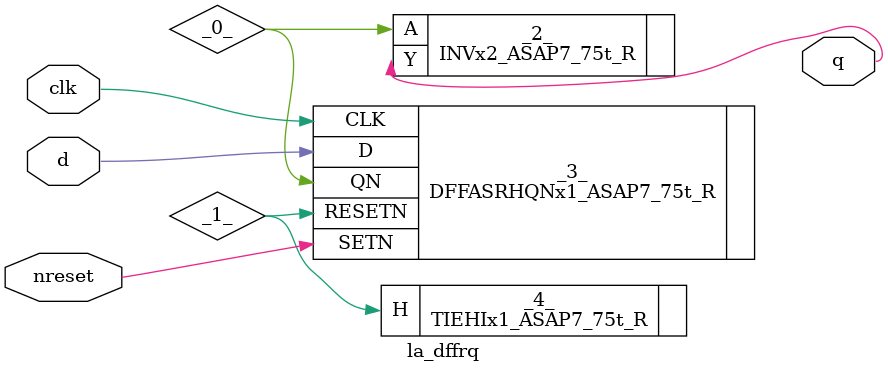
<source format=v>

/* Generated by Yosys 0.44 (git sha1 80ba43d26, g++ 11.4.0-1ubuntu1~22.04 -fPIC -O3) */

(* top =  1  *)
(* src = "generated" *)
(* keep_hierarchy *)
module la_dffrq (
    d,
    clk,
    nreset,
    q
);
  wire _0_;
  wire _1_;
  (* src = "generated" *)
  input clk;
  wire clk;
  (* src = "generated" *)
  input d;
  wire d;
  (* src = "generated" *)
  input nreset;
  wire nreset;
  (* src = "generated" *)
  output q;
  wire q;
  INVx2_ASAP7_75t_R _2_ (
      .A(_0_),
      .Y(q)
  );
  (* src = "generated" *)
  DFFASRHQNx1_ASAP7_75t_R _3_ (
      .CLK(clk),
      .D(d),
      .QN(_0_),
      .RESETN(_1_),
      .SETN(nreset)
  );
  TIEHIx1_ASAP7_75t_R _4_ (.H(_1_));
endmodule

</source>
